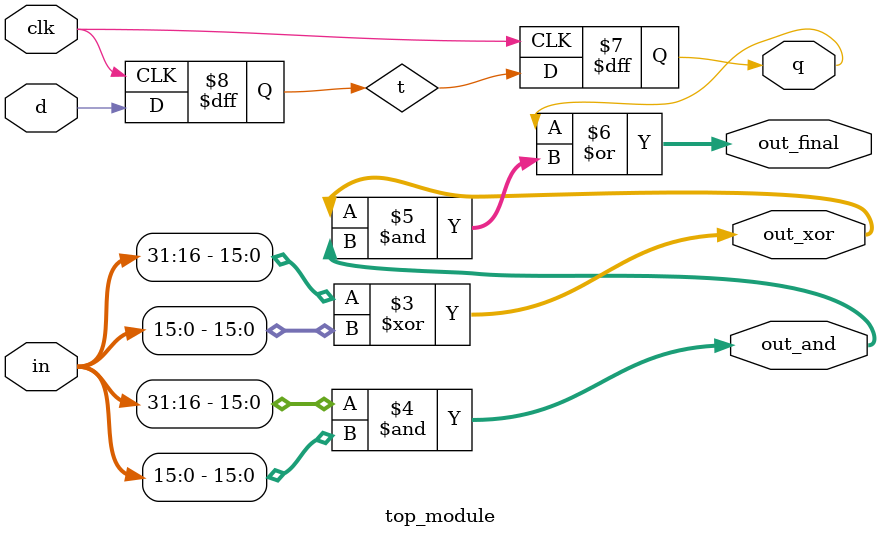
<source format=v>
module top_module (
    input clk,
    input d,
    input [31:0] in,
    output reg q,
    output [31:0] out_xor,
    output [31:0] out_and,
    output [31:0] out_final
 );

 // D flip-flop using T flip-flop
 reg t;
 always @(posedge clk) begin
    t <= d;
 end
 always @(posedge clk) begin
    q <= t;
 end

 // Combinational circuit for bit-wise XOR and AND
 assign out_xor = in[31:16] ^ in[15:0];
 assign out_and = in[31:16] & in[15:0];

 // Bit-wise OR operation
 assign out_final = q | (out_xor & out_and);

endmodule
</source>
